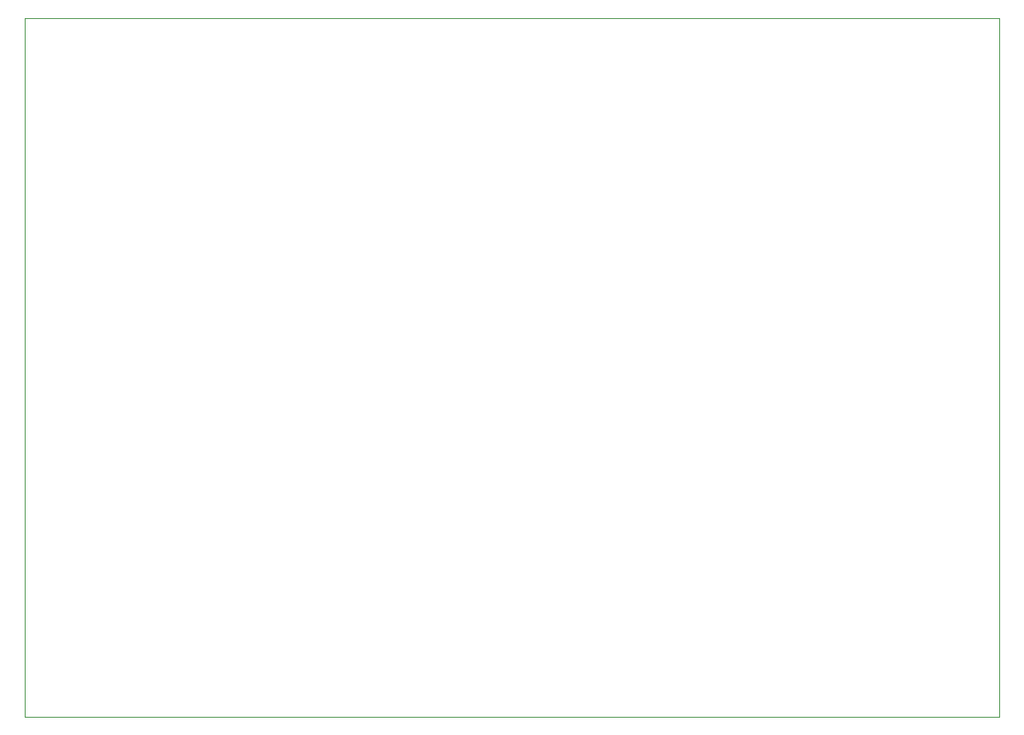
<source format=gbr>
%TF.GenerationSoftware,KiCad,Pcbnew,(6.0.6)*%
%TF.CreationDate,2022-08-23T23:43:20+09:00*%
%TF.ProjectId,ebaz_sdr,6562617a-5f73-4647-922e-6b696361645f,rev?*%
%TF.SameCoordinates,Original*%
%TF.FileFunction,Profile,NP*%
%FSLAX46Y46*%
G04 Gerber Fmt 4.6, Leading zero omitted, Abs format (unit mm)*
G04 Created by KiCad (PCBNEW (6.0.6)) date 2022-08-23 23:43:20*
%MOMM*%
%LPD*%
G01*
G04 APERTURE LIST*
%TA.AperFunction,Profile*%
%ADD10C,0.100000*%
%TD*%
G04 APERTURE END LIST*
D10*
X99441000Y-69215000D02*
X199441000Y-69215000D01*
X99441000Y-140970000D02*
X199441000Y-140970000D01*
X199441000Y-69215000D02*
X199441000Y-140970000D01*
X99441000Y-69215000D02*
X99441000Y-140970000D01*
M02*

</source>
